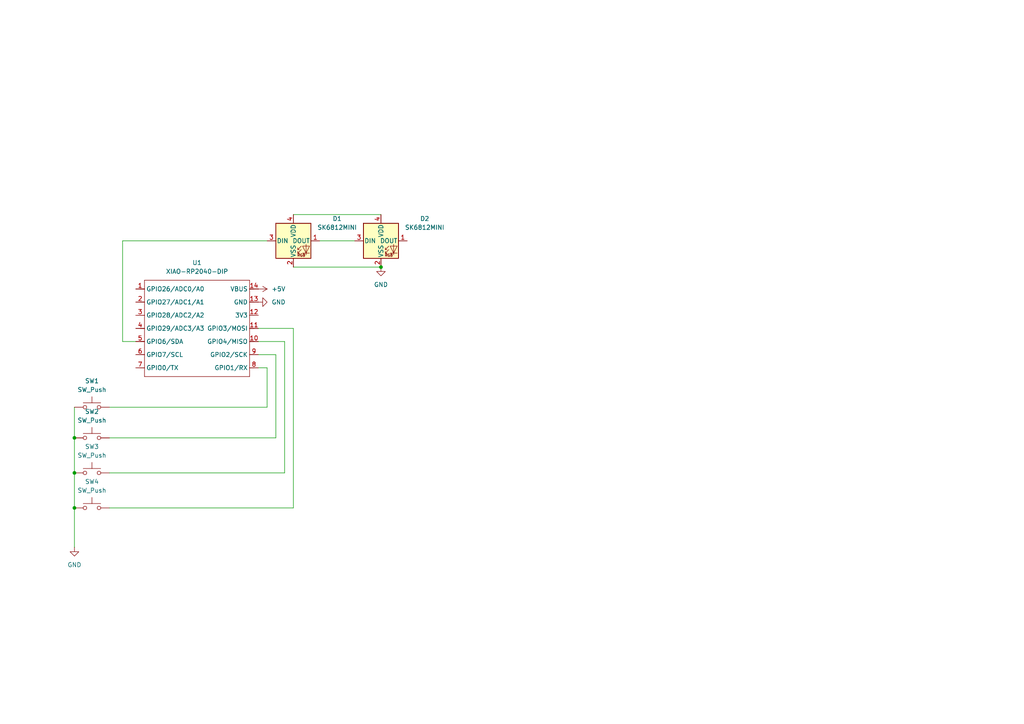
<source format=kicad_sch>
(kicad_sch
	(version 20250114)
	(generator "eeschema")
	(generator_version "9.0")
	(uuid "d3edb0f9-b58e-44fc-9092-10c64d534f3e")
	(paper "A4")
	(lib_symbols
		(symbol "LED:SK6812MINI"
			(pin_names
				(offset 0.254)
			)
			(exclude_from_sim no)
			(in_bom yes)
			(on_board yes)
			(property "Reference" "D"
				(at 5.08 5.715 0)
				(effects
					(font
						(size 1.27 1.27)
					)
					(justify right bottom)
				)
			)
			(property "Value" "SK6812MINI"
				(at 1.27 -5.715 0)
				(effects
					(font
						(size 1.27 1.27)
					)
					(justify left top)
				)
			)
			(property "Footprint" "LED_SMD:LED_SK6812MINI_PLCC4_3.5x3.5mm_P1.75mm"
				(at 1.27 -7.62 0)
				(effects
					(font
						(size 1.27 1.27)
					)
					(justify left top)
					(hide yes)
				)
			)
			(property "Datasheet" "https://cdn-shop.adafruit.com/product-files/2686/SK6812MINI_REV.01-1-2.pdf"
				(at 2.54 -9.525 0)
				(effects
					(font
						(size 1.27 1.27)
					)
					(justify left top)
					(hide yes)
				)
			)
			(property "Description" "RGB LED with integrated controller"
				(at 0 0 0)
				(effects
					(font
						(size 1.27 1.27)
					)
					(hide yes)
				)
			)
			(property "ki_keywords" "RGB LED NeoPixel Mini addressable"
				(at 0 0 0)
				(effects
					(font
						(size 1.27 1.27)
					)
					(hide yes)
				)
			)
			(property "ki_fp_filters" "LED*SK6812MINI*PLCC*3.5x3.5mm*P1.75mm*"
				(at 0 0 0)
				(effects
					(font
						(size 1.27 1.27)
					)
					(hide yes)
				)
			)
			(symbol "SK6812MINI_0_0"
				(text "RGB"
					(at 2.286 -4.191 0)
					(effects
						(font
							(size 0.762 0.762)
						)
					)
				)
			)
			(symbol "SK6812MINI_0_1"
				(polyline
					(pts
						(xy 1.27 -2.54) (xy 1.778 -2.54)
					)
					(stroke
						(width 0)
						(type default)
					)
					(fill
						(type none)
					)
				)
				(polyline
					(pts
						(xy 1.27 -3.556) (xy 1.778 -3.556)
					)
					(stroke
						(width 0)
						(type default)
					)
					(fill
						(type none)
					)
				)
				(polyline
					(pts
						(xy 2.286 -1.524) (xy 1.27 -2.54) (xy 1.27 -2.032)
					)
					(stroke
						(width 0)
						(type default)
					)
					(fill
						(type none)
					)
				)
				(polyline
					(pts
						(xy 2.286 -2.54) (xy 1.27 -3.556) (xy 1.27 -3.048)
					)
					(stroke
						(width 0)
						(type default)
					)
					(fill
						(type none)
					)
				)
				(polyline
					(pts
						(xy 3.683 -1.016) (xy 3.683 -3.556) (xy 3.683 -4.064)
					)
					(stroke
						(width 0)
						(type default)
					)
					(fill
						(type none)
					)
				)
				(polyline
					(pts
						(xy 4.699 -1.524) (xy 2.667 -1.524) (xy 3.683 -3.556) (xy 4.699 -1.524)
					)
					(stroke
						(width 0)
						(type default)
					)
					(fill
						(type none)
					)
				)
				(polyline
					(pts
						(xy 4.699 -3.556) (xy 2.667 -3.556)
					)
					(stroke
						(width 0)
						(type default)
					)
					(fill
						(type none)
					)
				)
				(rectangle
					(start 5.08 5.08)
					(end -5.08 -5.08)
					(stroke
						(width 0.254)
						(type default)
					)
					(fill
						(type background)
					)
				)
			)
			(symbol "SK6812MINI_1_1"
				(pin input line
					(at -7.62 0 0)
					(length 2.54)
					(name "DIN"
						(effects
							(font
								(size 1.27 1.27)
							)
						)
					)
					(number "3"
						(effects
							(font
								(size 1.27 1.27)
							)
						)
					)
				)
				(pin power_in line
					(at 0 7.62 270)
					(length 2.54)
					(name "VDD"
						(effects
							(font
								(size 1.27 1.27)
							)
						)
					)
					(number "4"
						(effects
							(font
								(size 1.27 1.27)
							)
						)
					)
				)
				(pin power_in line
					(at 0 -7.62 90)
					(length 2.54)
					(name "VSS"
						(effects
							(font
								(size 1.27 1.27)
							)
						)
					)
					(number "2"
						(effects
							(font
								(size 1.27 1.27)
							)
						)
					)
				)
				(pin output line
					(at 7.62 0 180)
					(length 2.54)
					(name "DOUT"
						(effects
							(font
								(size 1.27 1.27)
							)
						)
					)
					(number "1"
						(effects
							(font
								(size 1.27 1.27)
							)
						)
					)
				)
			)
			(embedded_fonts no)
		)
		(symbol "OPL:XIAO-RP2040-DIP"
			(exclude_from_sim no)
			(in_bom yes)
			(on_board yes)
			(property "Reference" "U"
				(at 0 0 0)
				(effects
					(font
						(size 1.27 1.27)
					)
				)
			)
			(property "Value" "XIAO-RP2040-DIP"
				(at 5.334 -1.778 0)
				(effects
					(font
						(size 1.27 1.27)
					)
				)
			)
			(property "Footprint" "Module:MOUDLE14P-XIAO-DIP-SMD"
				(at 14.478 -32.258 0)
				(effects
					(font
						(size 1.27 1.27)
					)
					(hide yes)
				)
			)
			(property "Datasheet" ""
				(at 0 0 0)
				(effects
					(font
						(size 1.27 1.27)
					)
					(hide yes)
				)
			)
			(property "Description" ""
				(at 0 0 0)
				(effects
					(font
						(size 1.27 1.27)
					)
					(hide yes)
				)
			)
			(symbol "XIAO-RP2040-DIP_1_0"
				(polyline
					(pts
						(xy -1.27 -2.54) (xy 29.21 -2.54)
					)
					(stroke
						(width 0.1524)
						(type solid)
					)
					(fill
						(type none)
					)
				)
				(polyline
					(pts
						(xy -1.27 -5.08) (xy -2.54 -5.08)
					)
					(stroke
						(width 0.1524)
						(type solid)
					)
					(fill
						(type none)
					)
				)
				(polyline
					(pts
						(xy -1.27 -5.08) (xy -1.27 -2.54)
					)
					(stroke
						(width 0.1524)
						(type solid)
					)
					(fill
						(type none)
					)
				)
				(polyline
					(pts
						(xy -1.27 -8.89) (xy -2.54 -8.89)
					)
					(stroke
						(width 0.1524)
						(type solid)
					)
					(fill
						(type none)
					)
				)
				(polyline
					(pts
						(xy -1.27 -8.89) (xy -1.27 -5.08)
					)
					(stroke
						(width 0.1524)
						(type solid)
					)
					(fill
						(type none)
					)
				)
				(polyline
					(pts
						(xy -1.27 -12.7) (xy -2.54 -12.7)
					)
					(stroke
						(width 0.1524)
						(type solid)
					)
					(fill
						(type none)
					)
				)
				(polyline
					(pts
						(xy -1.27 -12.7) (xy -1.27 -8.89)
					)
					(stroke
						(width 0.1524)
						(type solid)
					)
					(fill
						(type none)
					)
				)
				(polyline
					(pts
						(xy -1.27 -16.51) (xy -2.54 -16.51)
					)
					(stroke
						(width 0.1524)
						(type solid)
					)
					(fill
						(type none)
					)
				)
				(polyline
					(pts
						(xy -1.27 -16.51) (xy -1.27 -12.7)
					)
					(stroke
						(width 0.1524)
						(type solid)
					)
					(fill
						(type none)
					)
				)
				(polyline
					(pts
						(xy -1.27 -20.32) (xy -2.54 -20.32)
					)
					(stroke
						(width 0.1524)
						(type solid)
					)
					(fill
						(type none)
					)
				)
				(polyline
					(pts
						(xy -1.27 -24.13) (xy -2.54 -24.13)
					)
					(stroke
						(width 0.1524)
						(type solid)
					)
					(fill
						(type none)
					)
				)
				(polyline
					(pts
						(xy -1.27 -27.94) (xy -2.54 -27.94)
					)
					(stroke
						(width 0.1524)
						(type solid)
					)
					(fill
						(type none)
					)
				)
				(polyline
					(pts
						(xy -1.27 -30.48) (xy -1.27 -16.51)
					)
					(stroke
						(width 0.1524)
						(type solid)
					)
					(fill
						(type none)
					)
				)
				(polyline
					(pts
						(xy 29.21 -2.54) (xy 29.21 -5.08)
					)
					(stroke
						(width 0.1524)
						(type solid)
					)
					(fill
						(type none)
					)
				)
				(polyline
					(pts
						(xy 29.21 -5.08) (xy 29.21 -8.89)
					)
					(stroke
						(width 0.1524)
						(type solid)
					)
					(fill
						(type none)
					)
				)
				(polyline
					(pts
						(xy 29.21 -8.89) (xy 29.21 -12.7)
					)
					(stroke
						(width 0.1524)
						(type solid)
					)
					(fill
						(type none)
					)
				)
				(polyline
					(pts
						(xy 29.21 -12.7) (xy 29.21 -30.48)
					)
					(stroke
						(width 0.1524)
						(type solid)
					)
					(fill
						(type none)
					)
				)
				(polyline
					(pts
						(xy 29.21 -30.48) (xy -1.27 -30.48)
					)
					(stroke
						(width 0.1524)
						(type solid)
					)
					(fill
						(type none)
					)
				)
				(polyline
					(pts
						(xy 30.48 -5.08) (xy 29.21 -5.08)
					)
					(stroke
						(width 0.1524)
						(type solid)
					)
					(fill
						(type none)
					)
				)
				(polyline
					(pts
						(xy 30.48 -8.89) (xy 29.21 -8.89)
					)
					(stroke
						(width 0.1524)
						(type solid)
					)
					(fill
						(type none)
					)
				)
				(polyline
					(pts
						(xy 30.48 -12.7) (xy 29.21 -12.7)
					)
					(stroke
						(width 0.1524)
						(type solid)
					)
					(fill
						(type none)
					)
				)
				(polyline
					(pts
						(xy 30.48 -16.51) (xy 29.21 -16.51)
					)
					(stroke
						(width 0.1524)
						(type solid)
					)
					(fill
						(type none)
					)
				)
				(polyline
					(pts
						(xy 30.48 -20.32) (xy 29.21 -20.32)
					)
					(stroke
						(width 0.1524)
						(type solid)
					)
					(fill
						(type none)
					)
				)
				(polyline
					(pts
						(xy 30.48 -24.13) (xy 29.21 -24.13)
					)
					(stroke
						(width 0.1524)
						(type solid)
					)
					(fill
						(type none)
					)
				)
				(polyline
					(pts
						(xy 30.48 -27.94) (xy 29.21 -27.94)
					)
					(stroke
						(width 0.1524)
						(type solid)
					)
					(fill
						(type none)
					)
				)
				(pin passive line
					(at -3.81 -5.08 0)
					(length 2.54)
					(name "GPIO26/ADC0/A0"
						(effects
							(font
								(size 1.27 1.27)
							)
						)
					)
					(number "1"
						(effects
							(font
								(size 1.27 1.27)
							)
						)
					)
				)
				(pin passive line
					(at -3.81 -8.89 0)
					(length 2.54)
					(name "GPIO27/ADC1/A1"
						(effects
							(font
								(size 1.27 1.27)
							)
						)
					)
					(number "2"
						(effects
							(font
								(size 1.27 1.27)
							)
						)
					)
				)
				(pin passive line
					(at -3.81 -12.7 0)
					(length 2.54)
					(name "GPIO28/ADC2/A2"
						(effects
							(font
								(size 1.27 1.27)
							)
						)
					)
					(number "3"
						(effects
							(font
								(size 1.27 1.27)
							)
						)
					)
				)
				(pin passive line
					(at -3.81 -16.51 0)
					(length 2.54)
					(name "GPIO29/ADC3/A3"
						(effects
							(font
								(size 1.27 1.27)
							)
						)
					)
					(number "4"
						(effects
							(font
								(size 1.27 1.27)
							)
						)
					)
				)
				(pin passive line
					(at -3.81 -20.32 0)
					(length 2.54)
					(name "GPIO6/SDA"
						(effects
							(font
								(size 1.27 1.27)
							)
						)
					)
					(number "5"
						(effects
							(font
								(size 1.27 1.27)
							)
						)
					)
				)
				(pin passive line
					(at -3.81 -24.13 0)
					(length 2.54)
					(name "GPIO7/SCL"
						(effects
							(font
								(size 1.27 1.27)
							)
						)
					)
					(number "6"
						(effects
							(font
								(size 1.27 1.27)
							)
						)
					)
				)
				(pin passive line
					(at -3.81 -27.94 0)
					(length 2.54)
					(name "GPIO0/TX"
						(effects
							(font
								(size 1.27 1.27)
							)
						)
					)
					(number "7"
						(effects
							(font
								(size 1.27 1.27)
							)
						)
					)
				)
				(pin passive line
					(at 31.75 -5.08 180)
					(length 2.54)
					(name "VBUS"
						(effects
							(font
								(size 1.27 1.27)
							)
						)
					)
					(number "14"
						(effects
							(font
								(size 1.27 1.27)
							)
						)
					)
				)
				(pin passive line
					(at 31.75 -8.89 180)
					(length 2.54)
					(name "GND"
						(effects
							(font
								(size 1.27 1.27)
							)
						)
					)
					(number "13"
						(effects
							(font
								(size 1.27 1.27)
							)
						)
					)
				)
				(pin passive line
					(at 31.75 -12.7 180)
					(length 2.54)
					(name "3V3"
						(effects
							(font
								(size 1.27 1.27)
							)
						)
					)
					(number "12"
						(effects
							(font
								(size 1.27 1.27)
							)
						)
					)
				)
				(pin passive line
					(at 31.75 -16.51 180)
					(length 2.54)
					(name "GPIO3/MOSI"
						(effects
							(font
								(size 1.27 1.27)
							)
						)
					)
					(number "11"
						(effects
							(font
								(size 1.27 1.27)
							)
						)
					)
				)
				(pin passive line
					(at 31.75 -20.32 180)
					(length 2.54)
					(name "GPIO4/MISO"
						(effects
							(font
								(size 1.27 1.27)
							)
						)
					)
					(number "10"
						(effects
							(font
								(size 1.27 1.27)
							)
						)
					)
				)
				(pin passive line
					(at 31.75 -24.13 180)
					(length 2.54)
					(name "GPIO2/SCK"
						(effects
							(font
								(size 1.27 1.27)
							)
						)
					)
					(number "9"
						(effects
							(font
								(size 1.27 1.27)
							)
						)
					)
				)
				(pin passive line
					(at 31.75 -27.94 180)
					(length 2.54)
					(name "GPIO1/RX"
						(effects
							(font
								(size 1.27 1.27)
							)
						)
					)
					(number "8"
						(effects
							(font
								(size 1.27 1.27)
							)
						)
					)
				)
			)
			(embedded_fonts no)
		)
		(symbol "Switch:SW_Push"
			(pin_numbers
				(hide yes)
			)
			(pin_names
				(offset 1.016)
				(hide yes)
			)
			(exclude_from_sim no)
			(in_bom yes)
			(on_board yes)
			(property "Reference" "SW"
				(at 1.27 2.54 0)
				(effects
					(font
						(size 1.27 1.27)
					)
					(justify left)
				)
			)
			(property "Value" "SW_Push"
				(at 0 -1.524 0)
				(effects
					(font
						(size 1.27 1.27)
					)
				)
			)
			(property "Footprint" ""
				(at 0 5.08 0)
				(effects
					(font
						(size 1.27 1.27)
					)
					(hide yes)
				)
			)
			(property "Datasheet" "~"
				(at 0 5.08 0)
				(effects
					(font
						(size 1.27 1.27)
					)
					(hide yes)
				)
			)
			(property "Description" "Push button switch, generic, two pins"
				(at 0 0 0)
				(effects
					(font
						(size 1.27 1.27)
					)
					(hide yes)
				)
			)
			(property "ki_keywords" "switch normally-open pushbutton push-button"
				(at 0 0 0)
				(effects
					(font
						(size 1.27 1.27)
					)
					(hide yes)
				)
			)
			(symbol "SW_Push_0_1"
				(circle
					(center -2.032 0)
					(radius 0.508)
					(stroke
						(width 0)
						(type default)
					)
					(fill
						(type none)
					)
				)
				(polyline
					(pts
						(xy 0 1.27) (xy 0 3.048)
					)
					(stroke
						(width 0)
						(type default)
					)
					(fill
						(type none)
					)
				)
				(circle
					(center 2.032 0)
					(radius 0.508)
					(stroke
						(width 0)
						(type default)
					)
					(fill
						(type none)
					)
				)
				(polyline
					(pts
						(xy 2.54 1.27) (xy -2.54 1.27)
					)
					(stroke
						(width 0)
						(type default)
					)
					(fill
						(type none)
					)
				)
				(pin passive line
					(at -5.08 0 0)
					(length 2.54)
					(name "1"
						(effects
							(font
								(size 1.27 1.27)
							)
						)
					)
					(number "1"
						(effects
							(font
								(size 1.27 1.27)
							)
						)
					)
				)
				(pin passive line
					(at 5.08 0 180)
					(length 2.54)
					(name "2"
						(effects
							(font
								(size 1.27 1.27)
							)
						)
					)
					(number "2"
						(effects
							(font
								(size 1.27 1.27)
							)
						)
					)
				)
			)
			(embedded_fonts no)
		)
		(symbol "power:+5V"
			(power)
			(pin_numbers
				(hide yes)
			)
			(pin_names
				(offset 0)
				(hide yes)
			)
			(exclude_from_sim no)
			(in_bom yes)
			(on_board yes)
			(property "Reference" "#PWR"
				(at 0 -3.81 0)
				(effects
					(font
						(size 1.27 1.27)
					)
					(hide yes)
				)
			)
			(property "Value" "+5V"
				(at 0 3.556 0)
				(effects
					(font
						(size 1.27 1.27)
					)
				)
			)
			(property "Footprint" ""
				(at 0 0 0)
				(effects
					(font
						(size 1.27 1.27)
					)
					(hide yes)
				)
			)
			(property "Datasheet" ""
				(at 0 0 0)
				(effects
					(font
						(size 1.27 1.27)
					)
					(hide yes)
				)
			)
			(property "Description" "Power symbol creates a global label with name \"+5V\""
				(at 0 0 0)
				(effects
					(font
						(size 1.27 1.27)
					)
					(hide yes)
				)
			)
			(property "ki_keywords" "global power"
				(at 0 0 0)
				(effects
					(font
						(size 1.27 1.27)
					)
					(hide yes)
				)
			)
			(symbol "+5V_0_1"
				(polyline
					(pts
						(xy -0.762 1.27) (xy 0 2.54)
					)
					(stroke
						(width 0)
						(type default)
					)
					(fill
						(type none)
					)
				)
				(polyline
					(pts
						(xy 0 2.54) (xy 0.762 1.27)
					)
					(stroke
						(width 0)
						(type default)
					)
					(fill
						(type none)
					)
				)
				(polyline
					(pts
						(xy 0 0) (xy 0 2.54)
					)
					(stroke
						(width 0)
						(type default)
					)
					(fill
						(type none)
					)
				)
			)
			(symbol "+5V_1_1"
				(pin power_in line
					(at 0 0 90)
					(length 0)
					(name "~"
						(effects
							(font
								(size 1.27 1.27)
							)
						)
					)
					(number "1"
						(effects
							(font
								(size 1.27 1.27)
							)
						)
					)
				)
			)
			(embedded_fonts no)
		)
		(symbol "power:GND"
			(power)
			(pin_numbers
				(hide yes)
			)
			(pin_names
				(offset 0)
				(hide yes)
			)
			(exclude_from_sim no)
			(in_bom yes)
			(on_board yes)
			(property "Reference" "#PWR"
				(at 0 -6.35 0)
				(effects
					(font
						(size 1.27 1.27)
					)
					(hide yes)
				)
			)
			(property "Value" "GND"
				(at 0 -3.81 0)
				(effects
					(font
						(size 1.27 1.27)
					)
				)
			)
			(property "Footprint" ""
				(at 0 0 0)
				(effects
					(font
						(size 1.27 1.27)
					)
					(hide yes)
				)
			)
			(property "Datasheet" ""
				(at 0 0 0)
				(effects
					(font
						(size 1.27 1.27)
					)
					(hide yes)
				)
			)
			(property "Description" "Power symbol creates a global label with name \"GND\" , ground"
				(at 0 0 0)
				(effects
					(font
						(size 1.27 1.27)
					)
					(hide yes)
				)
			)
			(property "ki_keywords" "global power"
				(at 0 0 0)
				(effects
					(font
						(size 1.27 1.27)
					)
					(hide yes)
				)
			)
			(symbol "GND_0_1"
				(polyline
					(pts
						(xy 0 0) (xy 0 -1.27) (xy 1.27 -1.27) (xy 0 -2.54) (xy -1.27 -1.27) (xy 0 -1.27)
					)
					(stroke
						(width 0)
						(type default)
					)
					(fill
						(type none)
					)
				)
			)
			(symbol "GND_1_1"
				(pin power_in line
					(at 0 0 270)
					(length 0)
					(name "~"
						(effects
							(font
								(size 1.27 1.27)
							)
						)
					)
					(number "1"
						(effects
							(font
								(size 1.27 1.27)
							)
						)
					)
				)
			)
			(embedded_fonts no)
		)
	)
	(junction
		(at 21.59 147.32)
		(diameter 0)
		(color 0 0 0 0)
		(uuid "461a8d92-6920-4087-8fe2-cb6938e16e35")
	)
	(junction
		(at 21.59 137.16)
		(diameter 0)
		(color 0 0 0 0)
		(uuid "5828e561-1c0e-45d7-bdd6-aa3f3f530852")
	)
	(junction
		(at 21.59 127)
		(diameter 0)
		(color 0 0 0 0)
		(uuid "839ed927-acb8-4c25-b17e-9da8a9ccac4d")
	)
	(junction
		(at 110.49 77.47)
		(diameter 0)
		(color 0 0 0 0)
		(uuid "d1ae129f-a759-4930-8e84-be11a9aaf2b7")
	)
	(wire
		(pts
			(xy 31.75 118.11) (xy 77.47 118.11)
		)
		(stroke
			(width 0)
			(type default)
		)
		(uuid "06183a17-34f4-4bb6-b944-8ba0c32f39ae")
	)
	(wire
		(pts
			(xy 92.71 69.85) (xy 102.87 69.85)
		)
		(stroke
			(width 0)
			(type default)
		)
		(uuid "0bc4ac48-efc1-468e-8237-ace595630bb4")
	)
	(wire
		(pts
			(xy 74.93 106.68) (xy 77.47 106.68)
		)
		(stroke
			(width 0)
			(type default)
		)
		(uuid "22f7742b-a487-453c-88b9-bf3244805a85")
	)
	(wire
		(pts
			(xy 21.59 118.11) (xy 21.59 127)
		)
		(stroke
			(width 0)
			(type default)
		)
		(uuid "295fb847-3269-403e-ad5d-1afe77948c54")
	)
	(wire
		(pts
			(xy 82.55 137.16) (xy 82.55 99.06)
		)
		(stroke
			(width 0)
			(type default)
		)
		(uuid "2b6967f4-7c79-4012-b25e-946fd730fdfb")
	)
	(wire
		(pts
			(xy 31.75 127) (xy 80.01 127)
		)
		(stroke
			(width 0)
			(type default)
		)
		(uuid "3acb21bd-0f2b-4f36-af9f-a83a4f2277a3")
	)
	(wire
		(pts
			(xy 21.59 127) (xy 21.59 137.16)
		)
		(stroke
			(width 0)
			(type default)
		)
		(uuid "3fde5422-0118-4079-a306-7eb43f9a94f8")
	)
	(wire
		(pts
			(xy 80.01 127) (xy 80.01 102.87)
		)
		(stroke
			(width 0)
			(type default)
		)
		(uuid "48f6b898-f6d9-439d-a096-4b41b489a96d")
	)
	(wire
		(pts
			(xy 21.59 137.16) (xy 21.59 147.32)
		)
		(stroke
			(width 0)
			(type default)
		)
		(uuid "55808bec-3d81-4cac-9fd2-8484c89a6101")
	)
	(wire
		(pts
			(xy 77.47 118.11) (xy 77.47 106.68)
		)
		(stroke
			(width 0)
			(type default)
		)
		(uuid "5c076c74-d528-41a2-94de-09a01e71c059")
	)
	(wire
		(pts
			(xy 85.09 147.32) (xy 85.09 95.25)
		)
		(stroke
			(width 0)
			(type default)
		)
		(uuid "5cb414f1-0b94-4420-aaf3-b037811f83b8")
	)
	(wire
		(pts
			(xy 110.49 77.47) (xy 85.09 77.47)
		)
		(stroke
			(width 0)
			(type default)
		)
		(uuid "69b84980-0e9a-4936-be78-f177d6489357")
	)
	(wire
		(pts
			(xy 31.75 147.32) (xy 85.09 147.32)
		)
		(stroke
			(width 0)
			(type default)
		)
		(uuid "6c62dc61-7b12-4a05-9bb2-c3a85cd12eb9")
	)
	(wire
		(pts
			(xy 21.59 147.32) (xy 21.59 158.75)
		)
		(stroke
			(width 0)
			(type default)
		)
		(uuid "877aec7f-4156-4633-8f60-42e5f2eef0b3")
	)
	(wire
		(pts
			(xy 82.55 99.06) (xy 74.93 99.06)
		)
		(stroke
			(width 0)
			(type default)
		)
		(uuid "9b4ece88-b1b5-4ea2-8e28-3ade2e0dcbba")
	)
	(wire
		(pts
			(xy 35.56 99.06) (xy 35.56 69.85)
		)
		(stroke
			(width 0)
			(type default)
		)
		(uuid "9c1e10be-5338-4867-992c-3d2dde15e53c")
	)
	(wire
		(pts
			(xy 85.09 95.25) (xy 74.93 95.25)
		)
		(stroke
			(width 0)
			(type default)
		)
		(uuid "a6e458f9-c9d2-4ba1-a6f3-a39da5815666")
	)
	(wire
		(pts
			(xy 31.75 137.16) (xy 82.55 137.16)
		)
		(stroke
			(width 0)
			(type default)
		)
		(uuid "bedc55d0-cee7-46ab-ab6d-a1921fd7f67a")
	)
	(wire
		(pts
			(xy 39.37 99.06) (xy 35.56 99.06)
		)
		(stroke
			(width 0)
			(type default)
		)
		(uuid "c3c85fde-8cac-47f9-b096-632a70842a42")
	)
	(wire
		(pts
			(xy 85.09 62.23) (xy 110.49 62.23)
		)
		(stroke
			(width 0)
			(type default)
		)
		(uuid "d65169ab-70c2-42ad-be51-9b7575080bf2")
	)
	(wire
		(pts
			(xy 35.56 69.85) (xy 77.47 69.85)
		)
		(stroke
			(width 0)
			(type default)
		)
		(uuid "e3dcc6e6-283f-4579-8fc1-4aabee30f648")
	)
	(wire
		(pts
			(xy 80.01 102.87) (xy 74.93 102.87)
		)
		(stroke
			(width 0)
			(type default)
		)
		(uuid "fc85d01c-0505-4f6e-8dbf-84c21257e851")
	)
	(symbol
		(lib_id "Switch:SW_Push")
		(at 26.67 118.11 0)
		(unit 1)
		(exclude_from_sim no)
		(in_bom yes)
		(on_board yes)
		(dnp no)
		(fields_autoplaced yes)
		(uuid "01f2d280-4f72-4fd7-89fb-270bd96b9833")
		(property "Reference" "SW1"
			(at 26.67 110.49 0)
			(effects
				(font
					(size 1.27 1.27)
				)
			)
		)
		(property "Value" "SW_Push"
			(at 26.67 113.03 0)
			(effects
				(font
					(size 1.27 1.27)
				)
			)
		)
		(property "Footprint" "Button_Switch_Keyboard:SW_Cherry_MX_1.00u_PCB"
			(at 26.67 113.03 0)
			(effects
				(font
					(size 1.27 1.27)
				)
				(hide yes)
			)
		)
		(property "Datasheet" "~"
			(at 26.67 113.03 0)
			(effects
				(font
					(size 1.27 1.27)
				)
				(hide yes)
			)
		)
		(property "Description" "Push button switch, generic, two pins"
			(at 26.67 118.11 0)
			(effects
				(font
					(size 1.27 1.27)
				)
				(hide yes)
			)
		)
		(pin "2"
			(uuid "aa577629-7b0d-4a82-8266-240cb6e8ab50")
		)
		(pin "1"
			(uuid "1c29857d-d829-4dcd-b597-8eac4ea6b910")
		)
		(instances
			(project ""
				(path "/d3edb0f9-b58e-44fc-9092-10c64d534f3e"
					(reference "SW1")
					(unit 1)
				)
			)
		)
	)
	(symbol
		(lib_id "Switch:SW_Push")
		(at 26.67 147.32 0)
		(unit 1)
		(exclude_from_sim no)
		(in_bom yes)
		(on_board yes)
		(dnp no)
		(fields_autoplaced yes)
		(uuid "27e6865f-33a4-4066-a97c-d9caca66ede1")
		(property "Reference" "SW4"
			(at 26.67 139.7 0)
			(effects
				(font
					(size 1.27 1.27)
				)
			)
		)
		(property "Value" "SW_Push"
			(at 26.67 142.24 0)
			(effects
				(font
					(size 1.27 1.27)
				)
			)
		)
		(property "Footprint" "Button_Switch_Keyboard:SW_Cherry_MX_1.00u_PCB"
			(at 26.67 142.24 0)
			(effects
				(font
					(size 1.27 1.27)
				)
				(hide yes)
			)
		)
		(property "Datasheet" "~"
			(at 26.67 142.24 0)
			(effects
				(font
					(size 1.27 1.27)
				)
				(hide yes)
			)
		)
		(property "Description" "Push button switch, generic, two pins"
			(at 26.67 147.32 0)
			(effects
				(font
					(size 1.27 1.27)
				)
				(hide yes)
			)
		)
		(pin "2"
			(uuid "cf0f0109-0a32-4084-b982-f783d917d7e5")
		)
		(pin "1"
			(uuid "341c4c04-c67d-4664-8695-24915c7881bf")
		)
		(instances
			(project "Hackpad"
				(path "/d3edb0f9-b58e-44fc-9092-10c64d534f3e"
					(reference "SW4")
					(unit 1)
				)
			)
		)
	)
	(symbol
		(lib_id "OPL:XIAO-RP2040-DIP")
		(at 43.18 78.74 0)
		(unit 1)
		(exclude_from_sim no)
		(in_bom yes)
		(on_board yes)
		(dnp no)
		(fields_autoplaced yes)
		(uuid "3ff366da-a14f-4e05-876b-baa71f427ef4")
		(property "Reference" "U1"
			(at 57.15 76.2 0)
			(effects
				(font
					(size 1.27 1.27)
				)
			)
		)
		(property "Value" "XIAO-RP2040-DIP"
			(at 57.15 78.74 0)
			(effects
				(font
					(size 1.27 1.27)
				)
			)
		)
		(property "Footprint" "OPL:XIAO-RP2040-DIP"
			(at 57.658 110.998 0)
			(effects
				(font
					(size 1.27 1.27)
				)
				(hide yes)
			)
		)
		(property "Datasheet" ""
			(at 43.18 78.74 0)
			(effects
				(font
					(size 1.27 1.27)
				)
				(hide yes)
			)
		)
		(property "Description" ""
			(at 43.18 78.74 0)
			(effects
				(font
					(size 1.27 1.27)
				)
				(hide yes)
			)
		)
		(pin "2"
			(uuid "199b3302-0998-42e9-ae5e-c1228c5a5fe1")
		)
		(pin "6"
			(uuid "75ae06da-4ae6-469e-b44a-a1de7ef89855")
		)
		(pin "14"
			(uuid "0346fb46-52cc-4ee9-827f-ea39f0342676")
		)
		(pin "1"
			(uuid "6c4493d4-7cdb-41e2-943f-145a1e575a07")
		)
		(pin "13"
			(uuid "d2e58660-65c6-4de7-9a10-c2012f9c8ca9")
		)
		(pin "5"
			(uuid "1957ad8f-26ad-4435-aa22-5019f432d588")
		)
		(pin "4"
			(uuid "f17e8c7b-f138-4c49-8e90-7dad7e1fdf48")
		)
		(pin "3"
			(uuid "f93748b0-3cd1-437c-8a6c-415ff30d0f71")
		)
		(pin "7"
			(uuid "addcc3b0-52df-4202-bde6-b336f5aa0350")
		)
		(pin "12"
			(uuid "417db8b5-d10b-4051-8be8-78288e9aa372")
		)
		(pin "11"
			(uuid "f6b9a1fc-eaf6-412f-aa5d-3c7a4f3fd55b")
		)
		(pin "10"
			(uuid "6c9e1d8f-5b9a-4035-aee0-d275d319117c")
		)
		(pin "9"
			(uuid "77c998a4-c596-4c53-984f-40bbd51d1285")
		)
		(pin "8"
			(uuid "4ae42150-420c-4d02-af3d-4f916db237d7")
		)
		(instances
			(project ""
				(path "/d3edb0f9-b58e-44fc-9092-10c64d534f3e"
					(reference "U1")
					(unit 1)
				)
			)
		)
	)
	(symbol
		(lib_id "LED:SK6812MINI")
		(at 110.49 69.85 0)
		(unit 1)
		(exclude_from_sim no)
		(in_bom yes)
		(on_board yes)
		(dnp no)
		(fields_autoplaced yes)
		(uuid "548b4f81-af67-4a7d-a77b-de9a4d295b62")
		(property "Reference" "D2"
			(at 123.19 63.4298 0)
			(effects
				(font
					(size 1.27 1.27)
				)
			)
		)
		(property "Value" "SK6812MINI"
			(at 123.19 65.9698 0)
			(effects
				(font
					(size 1.27 1.27)
				)
			)
		)
		(property "Footprint" "LED_SMD:LED_SK6812MINI_PLCC4_3.5x3.5mm_P1.75mm"
			(at 111.76 77.47 0)
			(effects
				(font
					(size 1.27 1.27)
				)
				(justify left top)
				(hide yes)
			)
		)
		(property "Datasheet" "https://cdn-shop.adafruit.com/product-files/2686/SK6812MINI_REV.01-1-2.pdf"
			(at 113.03 79.375 0)
			(effects
				(font
					(size 1.27 1.27)
				)
				(justify left top)
				(hide yes)
			)
		)
		(property "Description" "RGB LED with integrated controller"
			(at 110.49 69.85 0)
			(effects
				(font
					(size 1.27 1.27)
				)
				(hide yes)
			)
		)
		(pin "3"
			(uuid "f622d649-eb53-4088-afc1-3b9b5cf0227b")
		)
		(pin "2"
			(uuid "e8f2095d-f236-4d1b-839d-d710be09e308")
		)
		(pin "4"
			(uuid "45fee381-f2c0-4e8b-93db-87320ef5171c")
		)
		(pin "1"
			(uuid "071a0196-ad63-4bc3-acac-5f4141c048cf")
		)
		(instances
			(project "Hackpad"
				(path "/d3edb0f9-b58e-44fc-9092-10c64d534f3e"
					(reference "D2")
					(unit 1)
				)
			)
		)
	)
	(symbol
		(lib_id "Switch:SW_Push")
		(at 26.67 137.16 0)
		(unit 1)
		(exclude_from_sim no)
		(in_bom yes)
		(on_board yes)
		(dnp no)
		(fields_autoplaced yes)
		(uuid "5526718c-2064-4425-82b6-850eb571bc0a")
		(property "Reference" "SW3"
			(at 26.67 129.54 0)
			(effects
				(font
					(size 1.27 1.27)
				)
			)
		)
		(property "Value" "SW_Push"
			(at 26.67 132.08 0)
			(effects
				(font
					(size 1.27 1.27)
				)
			)
		)
		(property "Footprint" "Button_Switch_Keyboard:SW_Cherry_MX_1.00u_PCB"
			(at 26.67 132.08 0)
			(effects
				(font
					(size 1.27 1.27)
				)
				(hide yes)
			)
		)
		(property "Datasheet" "~"
			(at 26.67 132.08 0)
			(effects
				(font
					(size 1.27 1.27)
				)
				(hide yes)
			)
		)
		(property "Description" "Push button switch, generic, two pins"
			(at 26.67 137.16 0)
			(effects
				(font
					(size 1.27 1.27)
				)
				(hide yes)
			)
		)
		(pin "2"
			(uuid "9427da23-e5e0-4069-9ff9-1766adef8797")
		)
		(pin "1"
			(uuid "8dfc26ee-bc3e-4bb3-9feb-764711c49197")
		)
		(instances
			(project "Hackpad"
				(path "/d3edb0f9-b58e-44fc-9092-10c64d534f3e"
					(reference "SW3")
					(unit 1)
				)
			)
		)
	)
	(symbol
		(lib_id "power:+5V")
		(at 74.93 83.82 270)
		(unit 1)
		(exclude_from_sim no)
		(in_bom yes)
		(on_board yes)
		(dnp no)
		(fields_autoplaced yes)
		(uuid "57e4959f-c723-4a6e-8f62-54af76f87c65")
		(property "Reference" "#PWR02"
			(at 71.12 83.82 0)
			(effects
				(font
					(size 1.27 1.27)
				)
				(hide yes)
			)
		)
		(property "Value" "+5V"
			(at 78.74 83.8199 90)
			(effects
				(font
					(size 1.27 1.27)
				)
				(justify left)
			)
		)
		(property "Footprint" ""
			(at 74.93 83.82 0)
			(effects
				(font
					(size 1.27 1.27)
				)
				(hide yes)
			)
		)
		(property "Datasheet" ""
			(at 74.93 83.82 0)
			(effects
				(font
					(size 1.27 1.27)
				)
				(hide yes)
			)
		)
		(property "Description" "Power symbol creates a global label with name \"+5V\""
			(at 74.93 83.82 0)
			(effects
				(font
					(size 1.27 1.27)
				)
				(hide yes)
			)
		)
		(pin "1"
			(uuid "8384b32f-d139-4073-a72c-4dfd476af21b")
		)
		(instances
			(project ""
				(path "/d3edb0f9-b58e-44fc-9092-10c64d534f3e"
					(reference "#PWR02")
					(unit 1)
				)
			)
		)
	)
	(symbol
		(lib_id "LED:SK6812MINI")
		(at 85.09 69.85 0)
		(unit 1)
		(exclude_from_sim no)
		(in_bom yes)
		(on_board yes)
		(dnp no)
		(fields_autoplaced yes)
		(uuid "5e73a85f-46c3-4cd5-86a0-7ebe3eca625e")
		(property "Reference" "D1"
			(at 97.79 63.4298 0)
			(effects
				(font
					(size 1.27 1.27)
				)
			)
		)
		(property "Value" "SK6812MINI"
			(at 97.79 65.9698 0)
			(effects
				(font
					(size 1.27 1.27)
				)
			)
		)
		(property "Footprint" "LED_SMD:LED_SK6812MINI_PLCC4_3.5x3.5mm_P1.75mm"
			(at 86.36 77.47 0)
			(effects
				(font
					(size 1.27 1.27)
				)
				(justify left top)
				(hide yes)
			)
		)
		(property "Datasheet" "https://cdn-shop.adafruit.com/product-files/2686/SK6812MINI_REV.01-1-2.pdf"
			(at 87.63 79.375 0)
			(effects
				(font
					(size 1.27 1.27)
				)
				(justify left top)
				(hide yes)
			)
		)
		(property "Description" "RGB LED with integrated controller"
			(at 85.09 69.85 0)
			(effects
				(font
					(size 1.27 1.27)
				)
				(hide yes)
			)
		)
		(pin "3"
			(uuid "982583b1-f4ab-42db-89b3-87c8607d8f16")
		)
		(pin "2"
			(uuid "4d4245ca-44e1-4346-bb36-86266a92315d")
		)
		(pin "4"
			(uuid "79a90c66-9f9c-411a-82c7-4523c11f4544")
		)
		(pin "1"
			(uuid "ea2f037c-8780-472d-abf8-c80363c1d937")
		)
		(instances
			(project ""
				(path "/d3edb0f9-b58e-44fc-9092-10c64d534f3e"
					(reference "D1")
					(unit 1)
				)
			)
		)
	)
	(symbol
		(lib_id "Switch:SW_Push")
		(at 26.67 127 0)
		(unit 1)
		(exclude_from_sim no)
		(in_bom yes)
		(on_board yes)
		(dnp no)
		(fields_autoplaced yes)
		(uuid "a5aad098-e3cc-4eb5-a2f8-86f189303da8")
		(property "Reference" "SW2"
			(at 26.67 119.38 0)
			(effects
				(font
					(size 1.27 1.27)
				)
			)
		)
		(property "Value" "SW_Push"
			(at 26.67 121.92 0)
			(effects
				(font
					(size 1.27 1.27)
				)
			)
		)
		(property "Footprint" "Button_Switch_Keyboard:SW_Cherry_MX_1.00u_PCB"
			(at 26.67 121.92 0)
			(effects
				(font
					(size 1.27 1.27)
				)
				(hide yes)
			)
		)
		(property "Datasheet" "~"
			(at 26.67 121.92 0)
			(effects
				(font
					(size 1.27 1.27)
				)
				(hide yes)
			)
		)
		(property "Description" "Push button switch, generic, two pins"
			(at 26.67 127 0)
			(effects
				(font
					(size 1.27 1.27)
				)
				(hide yes)
			)
		)
		(pin "2"
			(uuid "bfbb22c5-9e51-46e3-9a0c-90a757fae53d")
		)
		(pin "1"
			(uuid "54d33ad2-7298-465f-9510-2ce487e19c46")
		)
		(instances
			(project "Hackpad"
				(path "/d3edb0f9-b58e-44fc-9092-10c64d534f3e"
					(reference "SW2")
					(unit 1)
				)
			)
		)
	)
	(symbol
		(lib_id "power:GND")
		(at 110.49 77.47 0)
		(unit 1)
		(exclude_from_sim no)
		(in_bom yes)
		(on_board yes)
		(dnp no)
		(fields_autoplaced yes)
		(uuid "b07d0b13-48fe-4024-b183-f89442b06dec")
		(property "Reference" "#PWR04"
			(at 110.49 83.82 0)
			(effects
				(font
					(size 1.27 1.27)
				)
				(hide yes)
			)
		)
		(property "Value" "GND"
			(at 110.49 82.55 0)
			(effects
				(font
					(size 1.27 1.27)
				)
			)
		)
		(property "Footprint" ""
			(at 110.49 77.47 0)
			(effects
				(font
					(size 1.27 1.27)
				)
				(hide yes)
			)
		)
		(property "Datasheet" ""
			(at 110.49 77.47 0)
			(effects
				(font
					(size 1.27 1.27)
				)
				(hide yes)
			)
		)
		(property "Description" "Power symbol creates a global label with name \"GND\" , ground"
			(at 110.49 77.47 0)
			(effects
				(font
					(size 1.27 1.27)
				)
				(hide yes)
			)
		)
		(pin "1"
			(uuid "4b3bb4f7-a718-435a-8b0c-3aa3d8e6a8a7")
		)
		(instances
			(project ""
				(path "/d3edb0f9-b58e-44fc-9092-10c64d534f3e"
					(reference "#PWR04")
					(unit 1)
				)
			)
		)
	)
	(symbol
		(lib_id "power:GND")
		(at 21.59 158.75 0)
		(unit 1)
		(exclude_from_sim no)
		(in_bom yes)
		(on_board yes)
		(dnp no)
		(fields_autoplaced yes)
		(uuid "cc7de529-1c31-4ac7-848b-f6557923b849")
		(property "Reference" "#PWR03"
			(at 21.59 165.1 0)
			(effects
				(font
					(size 1.27 1.27)
				)
				(hide yes)
			)
		)
		(property "Value" "GND"
			(at 21.59 163.83 0)
			(effects
				(font
					(size 1.27 1.27)
				)
			)
		)
		(property "Footprint" ""
			(at 21.59 158.75 0)
			(effects
				(font
					(size 1.27 1.27)
				)
				(hide yes)
			)
		)
		(property "Datasheet" ""
			(at 21.59 158.75 0)
			(effects
				(font
					(size 1.27 1.27)
				)
				(hide yes)
			)
		)
		(property "Description" "Power symbol creates a global label with name \"GND\" , ground"
			(at 21.59 158.75 0)
			(effects
				(font
					(size 1.27 1.27)
				)
				(hide yes)
			)
		)
		(pin "1"
			(uuid "649b5a43-07a3-44e8-9c48-544c3289c329")
		)
		(instances
			(project ""
				(path "/d3edb0f9-b58e-44fc-9092-10c64d534f3e"
					(reference "#PWR03")
					(unit 1)
				)
			)
		)
	)
	(symbol
		(lib_id "power:GND")
		(at 74.93 87.63 90)
		(unit 1)
		(exclude_from_sim no)
		(in_bom yes)
		(on_board yes)
		(dnp no)
		(fields_autoplaced yes)
		(uuid "cf0c8fe3-9fa2-4690-ba7c-c63a24a1e119")
		(property "Reference" "#PWR01"
			(at 81.28 87.63 0)
			(effects
				(font
					(size 1.27 1.27)
				)
				(hide yes)
			)
		)
		(property "Value" "GND"
			(at 78.74 87.6299 90)
			(effects
				(font
					(size 1.27 1.27)
				)
				(justify right)
			)
		)
		(property "Footprint" ""
			(at 74.93 87.63 0)
			(effects
				(font
					(size 1.27 1.27)
				)
				(hide yes)
			)
		)
		(property "Datasheet" ""
			(at 74.93 87.63 0)
			(effects
				(font
					(size 1.27 1.27)
				)
				(hide yes)
			)
		)
		(property "Description" "Power symbol creates a global label with name \"GND\" , ground"
			(at 74.93 87.63 0)
			(effects
				(font
					(size 1.27 1.27)
				)
				(hide yes)
			)
		)
		(pin "1"
			(uuid "f2542054-3b04-4dbe-82af-16e7d6008049")
		)
		(instances
			(project ""
				(path "/d3edb0f9-b58e-44fc-9092-10c64d534f3e"
					(reference "#PWR01")
					(unit 1)
				)
			)
		)
	)
	(sheet_instances
		(path "/"
			(page "1")
		)
	)
	(embedded_fonts no)
)

</source>
